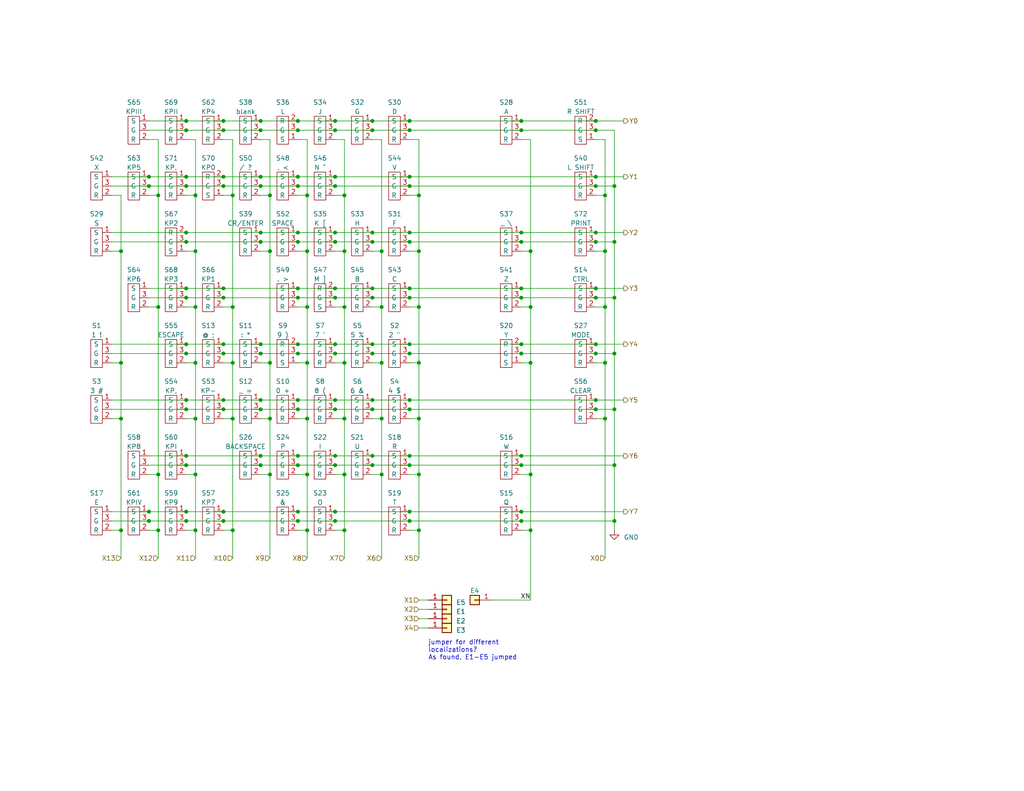
<source format=kicad_sch>
(kicad_sch (version 20230121) (generator eeschema)
  (paper "USLetter")
  (title_block (title "Key Tronic Corp. 65-01642") (date "2023-04-24") (rev "2") (company "Bradley Bell"))
  (junction (at 111.76 93.98))
  (junction (at 91.44 50.8))
  (junction (at 93.98 114.3))
  (junction (at 111.76 66.04))
  (junction (at 81.28 50.8))
  (junction (at 81.28 81.28))
  (junction (at 91.44 78.74))
  (junction (at 111.76 124.46))
  (junction (at 165.1 114.3))
  (junction (at 60.96 93.98))
  (junction (at 40.64 48.26))
  (junction (at 111.76 109.22))
  (junction (at 50.8 48.26))
  (junction (at 91.44 96.52))
  (junction (at 114.3 99.06))
  (junction (at 101.6 124.46))
  (junction (at 50.8 139.7))
  (junction (at 111.76 63.5))
  (junction (at 91.44 111.76))
  (junction (at 167.64 96.52))
  (junction (at 111.76 78.74))
  (junction (at 43.18 53.34))
  (junction (at 91.44 63.5))
  (junction (at 71.12 96.52))
  (junction (at 50.8 78.74))
  (junction (at 63.5 83.82))
  (junction (at 91.44 48.26))
  (junction (at 144.78 144.78))
  (junction (at 165.1 99.06))
  (junction (at 71.12 48.26))
  (junction (at 33.02 68.58))
  (junction (at 50.8 66.04))
  (junction (at 81.28 111.76))
  (junction (at 144.78 83.82))
  (junction (at 104.14 83.82))
  (junction (at 73.66 99.06))
  (junction (at 71.12 127))
  (junction (at 71.12 35.56))
  (junction (at 167.64 111.76))
  (junction (at 83.82 114.3))
  (junction (at 81.28 139.7))
  (junction (at 162.56 111.76))
  (junction (at 93.98 68.58))
  (junction (at 101.6 35.56))
  (junction (at 60.96 109.22))
  (junction (at 50.8 96.52))
  (junction (at 101.6 81.28))
  (junction (at 60.96 111.76))
  (junction (at 167.64 50.8))
  (junction (at 167.64 142.24))
  (junction (at 81.28 124.46))
  (junction (at 101.6 33.02))
  (junction (at 91.44 109.22))
  (junction (at 73.66 129.54))
  (junction (at 162.56 50.8))
  (junction (at 43.18 144.78))
  (junction (at 60.96 81.28))
  (junction (at 50.8 50.8))
  (junction (at 91.44 33.02))
  (junction (at 40.64 142.24))
  (junction (at 142.24 142.24))
  (junction (at 101.6 93.98))
  (junction (at 162.56 78.74))
  (junction (at 50.8 81.28))
  (junction (at 104.14 114.3))
  (junction (at 165.1 53.34))
  (junction (at 40.64 139.7))
  (junction (at 91.44 35.56))
  (junction (at 93.98 53.34))
  (junction (at 81.28 109.22))
  (junction (at 60.96 35.56))
  (junction (at 111.76 81.28))
  (junction (at 53.34 68.58))
  (junction (at 101.6 78.74))
  (junction (at 63.5 144.78))
  (junction (at 93.98 83.82))
  (junction (at 142.24 35.56))
  (junction (at 50.8 142.24))
  (junction (at 81.28 127))
  (junction (at 60.96 142.24))
  (junction (at 60.96 48.26))
  (junction (at 167.64 66.04))
  (junction (at 81.28 142.24))
  (junction (at 71.12 109.22))
  (junction (at 83.82 129.54))
  (junction (at 60.96 96.52))
  (junction (at 162.56 63.5))
  (junction (at 162.56 66.04))
  (junction (at 81.28 78.74))
  (junction (at 162.56 93.98))
  (junction (at 60.96 139.7))
  (junction (at 111.76 48.26))
  (junction (at 142.24 81.28))
  (junction (at 81.28 66.04))
  (junction (at 53.34 129.54))
  (junction (at 81.28 63.5))
  (junction (at 142.24 33.02))
  (junction (at 142.24 78.74))
  (junction (at 111.76 35.56))
  (junction (at 114.3 68.58))
  (junction (at 144.78 68.58))
  (junction (at 50.8 63.5))
  (junction (at 50.8 124.46))
  (junction (at 142.24 139.7))
  (junction (at 165.1 68.58))
  (junction (at 142.24 66.04))
  (junction (at 73.66 53.34))
  (junction (at 162.56 35.56))
  (junction (at 111.76 50.8))
  (junction (at 104.14 129.54))
  (junction (at 91.44 66.04))
  (junction (at 91.44 124.46))
  (junction (at 53.34 144.78))
  (junction (at 81.28 33.02))
  (junction (at 101.6 109.22))
  (junction (at 71.12 33.02))
  (junction (at 142.24 93.98))
  (junction (at 91.44 93.98))
  (junction (at 63.5 53.34))
  (junction (at 50.8 35.56))
  (junction (at 101.6 66.04))
  (junction (at 111.76 142.24))
  (junction (at 33.02 144.78))
  (junction (at 114.3 83.82))
  (junction (at 73.66 114.3))
  (junction (at 93.98 99.06))
  (junction (at 71.12 66.04))
  (junction (at 83.82 68.58))
  (junction (at 167.64 81.28))
  (junction (at 83.82 144.78))
  (junction (at 111.76 127))
  (junction (at 60.96 50.8))
  (junction (at 60.96 33.02))
  (junction (at 71.12 50.8))
  (junction (at 60.96 78.74))
  (junction (at 83.82 99.06))
  (junction (at 81.28 96.52))
  (junction (at 162.56 96.52))
  (junction (at 71.12 63.5))
  (junction (at 71.12 111.76))
  (junction (at 50.8 111.76))
  (junction (at 162.56 48.26))
  (junction (at 162.56 33.02))
  (junction (at 144.78 99.06))
  (junction (at 142.24 127))
  (junction (at 111.76 33.02))
  (junction (at 53.34 114.3))
  (junction (at 114.3 53.34))
  (junction (at 81.28 35.56))
  (junction (at 83.82 83.82))
  (junction (at 71.12 124.46))
  (junction (at 91.44 81.28))
  (junction (at 111.76 139.7))
  (junction (at 162.56 81.28))
  (junction (at 114.3 114.3))
  (junction (at 101.6 111.76))
  (junction (at 142.24 124.46))
  (junction (at 91.44 127))
  (junction (at 101.6 96.52))
  (junction (at 144.78 129.54))
  (junction (at 50.8 33.02))
  (junction (at 43.18 129.54))
  (junction (at 111.76 111.76))
  (junction (at 40.64 50.8))
  (junction (at 104.14 99.06))
  (junction (at 73.66 68.58))
  (junction (at 142.24 63.5))
  (junction (at 53.34 53.34))
  (junction (at 104.14 68.58))
  (junction (at 81.28 48.26))
  (junction (at 50.8 109.22))
  (junction (at 50.8 93.98))
  (junction (at 167.64 127))
  (junction (at 53.34 83.82))
  (junction (at 53.34 99.06))
  (junction (at 81.28 93.98))
  (junction (at 43.18 83.82))
  (junction (at 50.8 127))
  (junction (at 33.02 114.3))
  (junction (at 93.98 144.78))
  (junction (at 71.12 93.98))
  (junction (at 165.1 83.82))
  (junction (at 93.98 129.54))
  (junction (at 91.44 142.24))
  (junction (at 114.3 144.78))
  (junction (at 101.6 63.5))
  (junction (at 162.56 109.22))
  (junction (at 33.02 99.06))
  (junction (at 111.76 96.52))
  (junction (at 63.5 99.06))
  (junction (at 91.44 139.7))
  (junction (at 142.24 96.52))
  (junction (at 83.82 53.34))
  (junction (at 114.3 129.54))
  (junction (at 63.5 114.3))
  (junction (at 101.6 127))
  (wire (pts (xy 50.8 142.24) (xy 60.96 142.24)))
  (wire (pts (xy 111.76 38.1) (xy 114.3 38.1)))
  (wire (pts (xy 134.62 163.83) (xy 144.78 163.83)))
  (wire (pts (xy 142.24 129.54) (xy 144.78 129.54)))
  (wire (pts (xy 101.6 93.98) (xy 111.76 93.98)))
  (wire (pts (xy 142.24 142.24) (xy 167.64 142.24)))
  (wire (pts (xy 167.64 50.8) (xy 167.64 66.04)))
  (wire (pts (xy 71.12 111.76) (xy 81.28 111.76)))
  (wire (pts (xy 53.34 114.3) (xy 53.34 129.54)))
  (wire (pts (xy 111.76 142.24) (xy 142.24 142.24)))
  (wire (pts (xy 101.6 35.56) (xy 111.76 35.56)))
  (wire (pts (xy 60.96 50.8) (xy 71.12 50.8)))
  (wire (pts (xy 167.64 35.56) (xy 167.64 50.8)))
  (wire (pts (xy 91.44 50.8) (xy 111.76 50.8)))
  (wire (pts (xy 81.28 93.98) (xy 91.44 93.98)))
  (wire (pts (xy 142.24 81.28) (xy 162.56 81.28)))
  (wire (pts (xy 162.56 38.1) (xy 165.1 38.1)))
  (wire (pts (xy 165.1 68.58) (xy 165.1 83.82)))
  (wire (pts (xy 30.48 142.24) (xy 40.64 142.24)))
  (wire (pts (xy 81.28 48.26) (xy 91.44 48.26)))
  (wire (pts (xy 53.34 129.54) (xy 53.34 144.78)))
  (wire (pts (xy 144.78 99.06) (xy 144.78 129.54)))
  (wire (pts (xy 83.82 114.3) (xy 83.82 129.54)))
  (wire (pts (xy 53.34 99.06) (xy 53.34 114.3)))
  (wire (pts (xy 71.12 129.54) (xy 73.66 129.54)))
  (wire (pts (xy 33.02 53.34) (xy 33.02 68.58)))
  (wire (pts (xy 60.96 78.74) (xy 81.28 78.74)))
  (wire (pts (xy 111.76 99.06) (xy 114.3 99.06)))
  (wire (pts (xy 40.64 142.24) (xy 50.8 142.24)))
  (wire (pts (xy 91.44 78.74) (xy 101.6 78.74)))
  (wire (pts (xy 40.64 48.26) (xy 50.8 48.26)))
  (wire (pts (xy 73.66 114.3) (xy 73.66 129.54)))
  (wire (pts (xy 50.8 144.78) (xy 53.34 144.78)))
  (wire (pts (xy 114.3 53.34) (xy 111.76 53.34)))
  (wire (pts (xy 167.64 96.52) (xy 167.64 111.76)))
  (wire (pts (xy 144.78 144.78) (xy 144.78 163.83)))
  (wire (pts (xy 60.96 48.26) (xy 71.12 48.26)))
  (wire (pts (xy 116.84 171.45) (xy 114.3 171.45)))
  (wire (pts (xy 30.48 48.26) (xy 40.64 48.26)))
  (wire (pts (xy 60.96 99.06) (xy 63.5 99.06)))
  (wire (pts (xy 142.24 68.58) (xy 144.78 68.58)))
  (wire (pts (xy 73.66 68.58) (xy 73.66 99.06)))
  (wire (pts (xy 162.56 66.04) (xy 167.64 66.04)))
  (wire (pts (xy 60.96 142.24) (xy 81.28 142.24)))
  (wire (pts (xy 81.28 114.3) (xy 83.82 114.3)))
  (wire (pts (xy 53.34 53.34) (xy 50.8 53.34)))
  (wire (pts (xy 101.6 124.46) (xy 111.76 124.46)))
  (wire (pts (xy 91.44 142.24) (xy 111.76 142.24)))
  (wire (pts (xy 43.18 38.1) (xy 43.18 53.34)))
  (wire (pts (xy 111.76 78.74) (xy 142.24 78.74)))
  (wire (pts (xy 114.3 129.54) (xy 114.3 144.78)))
  (wire (pts (xy 73.66 53.34) (xy 73.66 68.58)))
  (wire (pts (xy 60.96 93.98) (xy 71.12 93.98)))
  (wire (pts (xy 114.3 144.78) (xy 114.3 152.4)))
  (wire (pts (xy 81.28 38.1) (xy 83.82 38.1)))
  (wire (pts (xy 114.3 83.82) (xy 114.3 99.06)))
  (wire (pts (xy 71.12 114.3) (xy 73.66 114.3)))
  (wire (pts (xy 101.6 99.06) (xy 104.14 99.06)))
  (wire (pts (xy 30.48 63.5) (xy 50.8 63.5)))
  (wire (pts (xy 81.28 33.02) (xy 91.44 33.02)))
  (wire (pts (xy 104.14 99.06) (xy 104.14 114.3)))
  (wire (pts (xy 111.76 109.22) (xy 162.56 109.22)))
  (wire (pts (xy 162.56 63.5) (xy 170.18 63.5)))
  (wire (pts (xy 93.98 38.1) (xy 93.98 53.34)))
  (wire (pts (xy 162.56 109.22) (xy 170.18 109.22)))
  (wire (pts (xy 81.28 68.58) (xy 83.82 68.58)))
  (wire (pts (xy 81.28 78.74) (xy 91.44 78.74)))
  (wire (pts (xy 144.78 68.58) (xy 144.78 83.82)))
  (wire (pts (xy 167.64 66.04) (xy 167.64 81.28)))
  (wire (pts (xy 60.96 81.28) (xy 81.28 81.28)))
  (wire (pts (xy 104.14 83.82) (xy 104.14 99.06)))
  (wire (pts (xy 40.64 129.54) (xy 43.18 129.54)))
  (wire (pts (xy 165.1 53.34) (xy 165.1 68.58)))
  (wire (pts (xy 111.76 66.04) (xy 142.24 66.04)))
  (wire (pts (xy 91.44 127) (xy 101.6 127)))
  (wire (pts (xy 116.84 168.91) (xy 114.3 168.91)))
  (wire (pts (xy 60.96 38.1) (xy 63.5 38.1)))
  (wire (pts (xy 104.14 83.82) (xy 101.6 83.82)))
  (wire (pts (xy 50.8 68.58) (xy 53.34 68.58)))
  (wire (pts (xy 71.12 124.46) (xy 81.28 124.46)))
  (wire (pts (xy 111.76 114.3) (xy 114.3 114.3)))
  (wire (pts (xy 81.28 50.8) (xy 91.44 50.8)))
  (wire (pts (xy 50.8 129.54) (xy 53.34 129.54)))
  (wire (pts (xy 71.12 38.1) (xy 73.66 38.1)))
  (wire (pts (xy 91.44 48.26) (xy 111.76 48.26)))
  (wire (pts (xy 83.82 68.58) (xy 83.82 83.82)))
  (wire (pts (xy 71.12 48.26) (xy 81.28 48.26)))
  (wire (pts (xy 53.34 38.1) (xy 53.34 53.34)))
  (wire (pts (xy 63.5 152.4) (xy 63.5 144.78)))
  (wire (pts (xy 167.64 127) (xy 167.64 142.24)))
  (wire (pts (xy 93.98 129.54) (xy 93.98 144.78)))
  (wire (pts (xy 114.3 83.82) (xy 111.76 83.82)))
  (wire (pts (xy 71.12 99.06) (xy 73.66 99.06)))
  (wire (pts (xy 30.48 93.98) (xy 50.8 93.98)))
  (wire (pts (xy 81.28 96.52) (xy 91.44 96.52)))
  (wire (pts (xy 91.44 38.1) (xy 93.98 38.1)))
  (wire (pts (xy 50.8 78.74) (xy 60.96 78.74)))
  (wire (pts (xy 33.02 114.3) (xy 33.02 144.78)))
  (wire (pts (xy 162.56 50.8) (xy 167.64 50.8)))
  (wire (pts (xy 60.96 109.22) (xy 71.12 109.22)))
  (wire (pts (xy 50.8 111.76) (xy 60.96 111.76)))
  (wire (pts (xy 162.56 78.74) (xy 170.18 78.74)))
  (wire (pts (xy 40.64 78.74) (xy 50.8 78.74)))
  (wire (pts (xy 162.56 35.56) (xy 167.64 35.56)))
  (wire (pts (xy 162.56 83.82) (xy 165.1 83.82)))
  (wire (pts (xy 43.18 53.34) (xy 43.18 83.82)))
  (wire (pts (xy 111.76 63.5) (xy 142.24 63.5)))
  (wire (pts (xy 81.28 139.7) (xy 91.44 139.7)))
  (wire (pts (xy 111.76 144.78) (xy 114.3 144.78)))
  (wire (pts (xy 165.1 114.3) (xy 165.1 152.4)))
  (wire (pts (xy 60.96 96.52) (xy 71.12 96.52)))
  (wire (pts (xy 81.28 63.5) (xy 91.44 63.5)))
  (wire (pts (xy 50.8 33.02) (xy 60.96 33.02)))
  (wire (pts (xy 111.76 129.54) (xy 114.3 129.54)))
  (wire (pts (xy 93.98 144.78) (xy 93.98 152.4)))
  (wire (pts (xy 91.44 96.52) (xy 101.6 96.52)))
  (wire (pts (xy 142.24 99.06) (xy 144.78 99.06)))
  (wire (pts (xy 93.98 114.3) (xy 93.98 129.54)))
  (wire (pts (xy 30.48 99.06) (xy 33.02 99.06)))
  (wire (pts (xy 91.44 111.76) (xy 101.6 111.76)))
  (wire (pts (xy 162.56 68.58) (xy 165.1 68.58)))
  (wire (pts (xy 142.24 144.78) (xy 144.78 144.78)))
  (wire (pts (xy 165.1 83.82) (xy 165.1 99.06)))
  (wire (pts (xy 60.96 114.3) (xy 63.5 114.3)))
  (wire (pts (xy 83.82 53.34) (xy 83.82 68.58)))
  (wire (pts (xy 53.34 68.58) (xy 53.34 83.82)))
  (wire (pts (xy 81.28 111.76) (xy 91.44 111.76)))
  (wire (pts (xy 71.12 109.22) (xy 81.28 109.22)))
  (wire (pts (xy 50.8 99.06) (xy 53.34 99.06)))
  (wire (pts (xy 162.56 96.52) (xy 167.64 96.52)))
  (wire (pts (xy 53.34 53.34) (xy 53.34 68.58)))
  (wire (pts (xy 50.8 50.8) (xy 60.96 50.8)))
  (wire (pts (xy 83.82 83.82) (xy 81.28 83.82)))
  (wire (pts (xy 81.28 124.46) (xy 91.44 124.46)))
  (wire (pts (xy 162.56 53.34) (xy 165.1 53.34)))
  (wire (pts (xy 53.34 83.82) (xy 53.34 99.06)))
  (wire (pts (xy 144.78 129.54) (xy 144.78 144.78)))
  (wire (pts (xy 60.96 139.7) (xy 81.28 139.7)))
  (wire (pts (xy 40.64 38.1) (xy 43.18 38.1)))
  (wire (pts (xy 33.02 68.58) (xy 33.02 99.06)))
  (wire (pts (xy 142.24 96.52) (xy 162.56 96.52)))
  (wire (pts (xy 63.5 114.3) (xy 63.5 144.78)))
  (wire (pts (xy 162.56 114.3) (xy 165.1 114.3)))
  (wire (pts (xy 142.24 139.7) (xy 170.18 139.7)))
  (wire (pts (xy 81.28 81.28) (xy 91.44 81.28)))
  (wire (pts (xy 60.96 35.56) (xy 71.12 35.56)))
  (wire (pts (xy 162.56 48.26) (xy 170.18 48.26)))
  (wire (pts (xy 91.44 66.04) (xy 101.6 66.04)))
  (wire (pts (xy 142.24 93.98) (xy 162.56 93.98)))
  (wire (pts (xy 81.28 127) (xy 91.44 127)))
  (wire (pts (xy 73.66 38.1) (xy 73.66 53.34)))
  (wire (pts (xy 111.76 33.02) (xy 142.24 33.02)))
  (wire (pts (xy 33.02 99.06) (xy 33.02 114.3)))
  (wire (pts (xy 50.8 127) (xy 71.12 127)))
  (wire (pts (xy 142.24 38.1) (xy 144.78 38.1)))
  (wire (pts (xy 83.82 38.1) (xy 83.82 53.34)))
  (wire (pts (xy 167.64 81.28) (xy 167.64 96.52)))
  (wire (pts (xy 91.44 63.5) (xy 101.6 63.5)))
  (wire (pts (xy 101.6 68.58) (xy 104.14 68.58)))
  (wire (pts (xy 30.48 109.22) (xy 50.8 109.22)))
  (wire (pts (xy 71.12 96.52) (xy 81.28 96.52)))
  (wire (pts (xy 101.6 38.1) (xy 104.14 38.1)))
  (wire (pts (xy 50.8 124.46) (xy 71.12 124.46)))
  (wire (pts (xy 91.44 109.22) (xy 101.6 109.22)))
  (wire (pts (xy 162.56 93.98) (xy 170.18 93.98)))
  (wire (pts (xy 93.98 68.58) (xy 93.98 83.82)))
  (wire (pts (xy 91.44 114.3) (xy 93.98 114.3)))
  (wire (pts (xy 111.76 93.98) (xy 142.24 93.98)))
  (wire (pts (xy 101.6 127) (xy 111.76 127)))
  (wire (pts (xy 30.48 96.52) (xy 50.8 96.52)))
  (wire (pts (xy 111.76 139.7) (xy 142.24 139.7)))
  (wire (pts (xy 162.56 33.02) (xy 170.18 33.02)))
  (wire (pts (xy 50.8 63.5) (xy 71.12 63.5)))
  (wire (pts (xy 83.82 129.54) (xy 83.82 144.78)))
  (wire (pts (xy 50.8 83.82) (xy 53.34 83.82)))
  (wire (pts (xy 142.24 78.74) (xy 162.56 78.74)))
  (wire (pts (xy 71.12 127) (xy 81.28 127)))
  (wire (pts (xy 111.76 48.26) (xy 162.56 48.26)))
  (wire (pts (xy 104.14 38.1) (xy 104.14 68.58)))
  (wire (pts (xy 73.66 99.06) (xy 73.66 114.3)))
  (wire (pts (xy 114.3 53.34) (xy 114.3 68.58)))
  (wire (pts (xy 111.76 96.52) (xy 142.24 96.52)))
  (wire (pts (xy 40.64 50.8) (xy 50.8 50.8)))
  (wire (pts (xy 81.28 129.54) (xy 83.82 129.54)))
  (wire (pts (xy 165.1 38.1) (xy 165.1 53.34)))
  (wire (pts (xy 111.76 50.8) (xy 162.56 50.8)))
  (wire (pts (xy 111.76 68.58) (xy 114.3 68.58)))
  (wire (pts (xy 81.28 35.56) (xy 91.44 35.56)))
  (wire (pts (xy 101.6 63.5) (xy 111.76 63.5)))
  (wire (pts (xy 83.82 99.06) (xy 83.82 114.3)))
  (wire (pts (xy 101.6 81.28) (xy 111.76 81.28)))
  (wire (pts (xy 50.8 96.52) (xy 60.96 96.52)))
  (wire (pts (xy 111.76 35.56) (xy 142.24 35.56)))
  (wire (pts (xy 93.98 99.06) (xy 93.98 114.3)))
  (wire (pts (xy 91.44 139.7) (xy 111.76 139.7)))
  (wire (pts (xy 40.64 139.7) (xy 50.8 139.7)))
  (wire (pts (xy 50.8 81.28) (xy 60.96 81.28)))
  (wire (pts (xy 91.44 68.58) (xy 93.98 68.58)))
  (wire (pts (xy 81.28 144.78) (xy 83.82 144.78)))
  (wire (pts (xy 43.18 83.82) (xy 43.18 129.54)))
  (wire (pts (xy 167.64 111.76) (xy 167.64 127)))
  (wire (pts (xy 63.5 53.34) (xy 63.5 83.82)))
  (wire (pts (xy 33.02 144.78) (xy 33.02 152.4)))
  (wire (pts (xy 81.28 99.06) (xy 83.82 99.06)))
  (wire (pts (xy 30.48 144.78) (xy 33.02 144.78)))
  (wire (pts (xy 114.3 38.1) (xy 114.3 53.34)))
  (wire (pts (xy 114.3 114.3) (xy 114.3 129.54)))
  (wire (pts (xy 142.24 63.5) (xy 162.56 63.5)))
  (wire (pts (xy 104.14 68.58) (xy 104.14 83.82)))
  (wire (pts (xy 93.98 83.82) (xy 93.98 99.06)))
  (wire (pts (xy 50.8 66.04) (xy 71.12 66.04)))
  (wire (pts (xy 50.8 109.22) (xy 60.96 109.22)))
  (wire (pts (xy 111.76 81.28) (xy 142.24 81.28)))
  (wire (pts (xy 101.6 96.52) (xy 111.76 96.52)))
  (wire (pts (xy 81.28 109.22) (xy 91.44 109.22)))
  (wire (pts (xy 111.76 124.46) (xy 142.24 124.46)))
  (wire (pts (xy 83.82 53.34) (xy 81.28 53.34)))
  (wire (pts (xy 63.5 38.1) (xy 63.5 53.34)))
  (wire (pts (xy 142.24 83.82) (xy 144.78 83.82)))
  (wire (pts (xy 91.44 144.78) (xy 93.98 144.78)))
  (wire (pts (xy 30.48 50.8) (xy 40.64 50.8)))
  (wire (pts (xy 81.28 142.24) (xy 91.44 142.24)))
  (wire (pts (xy 101.6 78.74) (xy 111.76 78.74)))
  (wire (pts (xy 93.98 83.82) (xy 91.44 83.82)))
  (wire (pts (xy 91.44 124.46) (xy 101.6 124.46)))
  (wire (pts (xy 91.44 93.98) (xy 101.6 93.98)))
  (wire (pts (xy 43.18 53.34) (xy 40.64 53.34)))
  (wire (pts (xy 53.34 144.78) (xy 53.34 152.4)))
  (wire (pts (xy 71.12 35.56) (xy 81.28 35.56)))
  (wire (pts (xy 114.3 163.83) (xy 116.84 163.83)))
  (wire (pts (xy 63.5 53.34) (xy 60.96 53.34)))
  (wire (pts (xy 71.12 93.98) (xy 81.28 93.98)))
  (wire (pts (xy 162.56 81.28) (xy 167.64 81.28)))
  (wire (pts (xy 142.24 124.46) (xy 170.18 124.46)))
  (wire (pts (xy 71.12 66.04) (xy 81.28 66.04)))
  (wire (pts (xy 162.56 99.06) (xy 165.1 99.06)))
  (wire (pts (xy 165.1 99.06) (xy 165.1 114.3)))
  (wire (pts (xy 101.6 109.22) (xy 111.76 109.22)))
  (wire (pts (xy 50.8 93.98) (xy 60.96 93.98)))
  (wire (pts (xy 50.8 48.26) (xy 60.96 48.26)))
  (wire (pts (xy 91.44 129.54) (xy 93.98 129.54)))
  (wire (pts (xy 30.48 111.76) (xy 50.8 111.76)))
  (wire (pts (xy 93.98 53.34) (xy 91.44 53.34)))
  (wire (pts (xy 40.64 35.56) (xy 50.8 35.56)))
  (wire (pts (xy 114.3 68.58) (xy 114.3 83.82)))
  (wire (pts (xy 104.14 114.3) (xy 104.14 129.54)))
  (wire (pts (xy 43.18 83.82) (xy 40.64 83.82)))
  (wire (pts (xy 101.6 114.3) (xy 104.14 114.3)))
  (wire (pts (xy 101.6 129.54) (xy 104.14 129.54)))
  (wire (pts (xy 71.12 50.8) (xy 81.28 50.8)))
  (wire (pts (xy 50.8 35.56) (xy 60.96 35.56)))
  (wire (pts (xy 63.5 83.82) (xy 63.5 99.06)))
  (wire (pts (xy 60.96 144.78) (xy 63.5 144.78)))
  (wire (pts (xy 73.66 129.54) (xy 73.66 152.4)))
  (wire (pts (xy 111.76 111.76) (xy 162.56 111.76)))
  (wire (pts (xy 63.5 99.06) (xy 63.5 114.3)))
  (wire (pts (xy 91.44 99.06) (xy 93.98 99.06)))
  (wire (pts (xy 142.24 33.02) (xy 162.56 33.02)))
  (wire (pts (xy 93.98 53.34) (xy 93.98 68.58)))
  (wire (pts (xy 142.24 35.56) (xy 162.56 35.56)))
  (wire (pts (xy 30.48 66.04) (xy 50.8 66.04)))
  (wire (pts (xy 50.8 139.7) (xy 60.96 139.7)))
  (wire (pts (xy 43.18 144.78) (xy 43.18 152.4)))
  (wire (pts (xy 60.96 111.76) (xy 71.12 111.76)))
  (wire (pts (xy 43.18 129.54) (xy 43.18 144.78)))
  (wire (pts (xy 73.66 53.34) (xy 71.12 53.34)))
  (wire (pts (xy 104.14 129.54) (xy 104.14 152.4)))
  (wire (pts (xy 71.12 68.58) (xy 73.66 68.58)))
  (wire (pts (xy 71.12 33.02) (xy 81.28 33.02)))
  (wire (pts (xy 71.12 63.5) (xy 81.28 63.5)))
  (wire (pts (xy 91.44 81.28) (xy 101.6 81.28)))
  (wire (pts (xy 30.48 139.7) (xy 40.64 139.7)))
  (wire (pts (xy 167.64 142.24) (xy 167.64 144.78)))
  (wire (pts (xy 83.82 144.78) (xy 83.82 152.4)))
  (wire (pts (xy 40.64 33.02) (xy 50.8 33.02)))
  (wire (pts (xy 40.64 81.28) (xy 50.8 81.28)))
  (wire (pts (xy 63.5 83.82) (xy 60.96 83.82)))
  (wire (pts (xy 144.78 38.1) (xy 144.78 68.58)))
  (wire (pts (xy 144.78 83.82) (xy 144.78 99.06)))
  (wire (pts (xy 111.76 127) (xy 142.24 127)))
  (wire (pts (xy 81.28 66.04) (xy 91.44 66.04)))
  (wire (pts (xy 91.44 33.02) (xy 101.6 33.02)))
  (wire (pts (xy 142.24 66.04) (xy 162.56 66.04)))
  (wire (pts (xy 40.64 144.78) (xy 43.18 144.78)))
  (wire (pts (xy 162.56 111.76) (xy 167.64 111.76)))
  (wire (pts (xy 114.3 99.06) (xy 114.3 114.3)))
  (wire (pts (xy 40.64 124.46) (xy 50.8 124.46)))
  (wire (pts (xy 101.6 111.76) (xy 111.76 111.76)))
  (wire (pts (xy 114.3 166.37) (xy 116.84 166.37)))
  (wire (pts (xy 30.48 114.3) (xy 33.02 114.3)))
  (wire (pts (xy 50.8 38.1) (xy 53.34 38.1)))
  (wire (pts (xy 30.48 68.58) (xy 33.02 68.58)))
  (wire (pts (xy 142.24 127) (xy 167.64 127)))
  (wire (pts (xy 40.64 127) (xy 50.8 127)))
  (wire (pts (xy 101.6 33.02) (xy 111.76 33.02)))
  (wire (pts (xy 83.82 83.82) (xy 83.82 99.06)))
  (wire (pts (xy 60.96 33.02) (xy 71.12 33.02)))
  (wire (pts (xy 33.02 53.34) (xy 30.48 53.34)))
  (wire (pts (xy 101.6 66.04) (xy 111.76 66.04)))
  (wire (pts (xy 91.44 35.56) (xy 101.6 35.56)))
  (wire (pts (xy 50.8 114.3) (xy 53.34 114.3)))
  (text "jumper for different\nlocalizations?\nAs found, E1-E5 jumped" (at 116.84 180.34 0) (effects (font (size 1.27 1.27)) (justify left bottom)))
  (label "XN" (at 144.78 163.83 180))
  (hierarchical_label "Y3" (shape output) (at 170.18 78.74 0))
  (hierarchical_label "Y1" (shape output) (at 170.18 48.26 0))
  (hierarchical_label "X10" (shape input) (at 63.5 152.4 180))
  (hierarchical_label "X5" (shape input) (at 114.3 152.4 180))
  (hierarchical_label "X4" (shape input) (at 114.3 171.45 180))
  (hierarchical_label "X13" (shape input) (at 33.02 152.4 180))
  (hierarchical_label "X12" (shape input) (at 43.18 152.4 180))
  (hierarchical_label "Y7" (shape output) (at 170.18 139.7 0))
  (hierarchical_label "X1" (shape input) (at 114.3 163.83 180))
  (hierarchical_label "Y4" (shape output) (at 170.18 93.98 0))
  (hierarchical_label "X8" (shape input) (at 83.82 152.4 180))
  (hierarchical_label "X3" (shape input) (at 114.3 168.91 180))
  (hierarchical_label "Y6" (shape output) (at 170.18 124.46 0))
  (hierarchical_label "X0" (shape input) (at 165.1 152.4 180))
  (hierarchical_label "X11" (shape input) (at 53.34 152.4 180))
  (hierarchical_label "X6" (shape input) (at 104.14 152.4 180))
  (hierarchical_label "Y0" (shape output) (at 170.18 33.02 0))
  (hierarchical_label "Y5" (shape output) (at 170.18 109.22 0))
  (hierarchical_label "X9" (shape input) (at 73.66 152.4 180))
  (hierarchical_label "X7" (shape input) (at 93.98 152.4 180))
  (hierarchical_label "Y2" (shape output) (at 170.18 63.5 0))
  (hierarchical_label "X2" (shape input) (at 114.3 166.37 180))
  (symbol (lib_name "NewToprePad_48") (lib_id "TopreLib:NewToprePad") (at 68.58 96.52 0) (unit 1)
    (property "Reference" "S11" (at 67.0179 88.9 0))
    (property "Value" ": *" (at 67.0179 91.44 0))
    (property "Footprint" "KeyTronic:KTCPad_Round" (effects hide))
  )
  (symbol (lib_name "NewToprePad_18") (lib_id "TopreLib:NewToprePad") (at 48.26 66.04 0) (mirror x) (unit 1)
    (property "Reference" "S67" (at 46.6979 58.42 0))
    (property "Value" "KP2" (at 46.6979 60.96 0))
    (property "Footprint" "KeyTronic:KTCPad_Round" (effects hide))
  )
  (symbol (lib_name "NewToprePad_52") (lib_id "TopreLib:NewToprePad") (at 99.06 66.04 0) (unit 1)
    (property "Reference" "S33" (at 97.4979 58.42 0))
    (property "Value" "H" (at 97.4979 60.96 0))
    (property "Footprint" "KeyTronic:KTCPad_Round" (effects hide))
  )
  (symbol (lib_name "NewToprePad_66") (lib_id "TopreLib:NewToprePad") (at 68.58 50.8 0) (unit 1)
    (property "Reference" "S50" (at 67.0179 43.18 0))
    (property "Value" "/ ?" (at 67.0179 45.72 0))
    (property "Footprint" "KeyTronic:KTCPad_Round" (effects hide))
  )
  (symbol (lib_name "NewToprePad_62") (lib_id "TopreLib:NewToprePad") (at 109.22 35.56 0) (unit 1)
    (property "Reference" "S30" (at 107.6579 27.94 0))
    (property "Value" "D" (at 107.6579 30.48 0))
    (property "Footprint" "KeyTronic:KTCPad_Round" (effects hide))
  )
  (symbol (lib_name "NewToprePad_59") (lib_id "TopreLib:NewToprePad") (at 68.58 111.76 0) (unit 1)
    (property "Reference" "S12" (at 67.0179 104.14 0))
    (property "Value" "_ =" (at 67.0179 106.68 0))
    (property "Footprint" "KeyTronic:KTCPad_Round" (effects hide))
  )
  (symbol (lib_name "NewToprePad_36") (lib_id "TopreLib:NewToprePad") (at 160.02 111.76 0) (unit 1)
    (property "Reference" "S56" (at 158.4579 104.14 0))
    (property "Value" "CLEAR" (at 158.4579 106.68 0))
    (property "Footprint" "KeyTronic:KTCPad_Round" (effects hide))
  )
  (symbol (lib_name "NewToprePad_61") (lib_id "TopreLib:NewToprePad") (at 48.26 50.8 0) (unit 1)
    (property "Reference" "S71" (at 46.6979 43.18 0))
    (property "Value" "KP." (at 46.6979 45.72 0))
    (property "Footprint" "KeyTronic:KTCPad_Round" (effects hide))
  )
  (symbol (lib_name "NewToprePad_24") (lib_id "TopreLib:NewToprePad") (at 109.22 127 0) (unit 1)
    (property "Reference" "S18" (at 107.6579 119.38 0))
    (property "Value" "R" (at 107.6579 121.92 0))
    (property "Footprint" "KeyTronic:KTCPad_Round" (effects hide))
  )
  (symbol (lib_name "NewToprePad_46") (lib_id "TopreLib:NewToprePad") (at 48.26 142.24 0) (unit 1)
    (property "Reference" "S59" (at 46.6979 134.62 0))
    (property "Value" "KP9" (at 46.6979 137.16 0))
    (property "Footprint" "KeyTronic:KTCPad_Round" (effects hide))
  )
  (symbol (lib_name "NewToprePad_75") (lib_id "TopreLib:NewToprePad") (at 78.74 50.8 0) (unit 1)
    (property "Reference" "S48" (at 77.1779 43.18 0))
    (property "Value" ", <" (at 77.1779 45.72 0))
    (property "Footprint" "KeyTronic:KTCPad_Round" (effects hide))
  )
  (symbol (lib_name "NewToprePad_25") (lib_id "TopreLib:NewToprePad") (at 68.58 35.56 0) (unit 1)
    (property "Reference" "S38" (at 67.0179 27.94 0))
    (property "Value" "blank" (at 67.0179 30.48 0))
    (property "Footprint" "KeyTronic:KTCPad_Round" (effects hide))
  )
  (symbol (lib_name "NewToprePad_42") (lib_id "TopreLib:NewToprePad") (at 38.1 142.24 0) (unit 1)
    (property "Reference" "S61" (at 36.5379 134.62 0))
    (property "Value" "KPIV" (at 36.5379 137.16 0))
    (property "Footprint" "KeyTronic:KTCPad_Round" (effects hide))
  )
  (symbol (lib_name "NewToprePad_55") (lib_id "TopreLib:NewToprePad") (at 78.74 35.56 0) (mirror x) (unit 1)
    (property "Reference" "S36" (at 77.1779 27.94 0))
    (property "Value" "L" (at 77.1779 30.48 0))
    (property "Footprint" "KeyTronic:KTCPad_Round" (effects hide))
  )
  (symbol (lib_name "NewToprePad_45") (lib_id "TopreLib:NewToprePad") (at 139.7 81.28 0) (unit 1)
    (property "Reference" "S41" (at 138.1379 73.66 0))
    (property "Value" "Z" (at 138.1379 76.2 0))
    (property "Footprint" "KeyTronic:KTCPad_Round" (effects hide))
  )
  (symbol (lib_name "NewToprePad_5") (lib_id "TopreLib:NewToprePad") (at 27.94 111.76 0) (unit 1)
    (property "Reference" "S3" (at 26.3779 104.14 0))
    (property "Value" "3 #" (at 26.3779 106.68 0))
    (property "Footprint" "KeyTronic:KTCPad_Round" (effects hide))
  )
  (symbol (lib_name "NewToprePad_51") (lib_id "TopreLib:NewToprePad") (at 58.42 96.52 0) (unit 1)
    (property "Reference" "S13" (at 56.8579 88.9 0))
    (property "Value" "@ ;" (at 56.8579 91.44 0))
    (property "Footprint" "KeyTronic:KTCPad_Round" (effects hide))
  )
  (symbol (lib_name "NewToprePad_32") (lib_id "TopreLib:NewToprePad") (at 58.42 142.24 0) (unit 1)
    (property "Reference" "S57" (at 56.8579 134.62 0))
    (property "Value" "KP7" (at 56.8579 137.16 0))
    (property "Footprint" "KeyTronic:KTCPad_Round" (effects hide))
  )
  (symbol (lib_id "TopreLib:NewToprePad") (at 88.9 50.8 0) (unit 1)
    (property "Reference" "S46" (at 87.3379 43.18 0))
    (property "Value" "N ^" (at 87.3379 45.72 0))
    (property "Footprint" "KeyTronic:KTCPad_Round" (effects hide))
  )
  (symbol (lib_name "NewToprePad_21") (lib_id "TopreLib:NewToprePad") (at 78.74 142.24 0) (unit 1)
    (property "Reference" "S25" (at 77.1779 134.62 0))
    (property "Value" "&" (at 77.1779 137.16 0))
    (property "Footprint" "KeyTronic:KTCPad_Round" (effects hide))
  )
  (symbol (lib_name "NewToprePad_29") (lib_id "TopreLib:NewToprePad") (at 139.7 127 0) (unit 1)
    (property "Reference" "S16" (at 138.1379 119.38 0))
    (property "Value" "W" (at 138.1379 121.92 0))
    (property "Footprint" "KeyTronic:KTCPad_Round" (effects hide))
  )
  (symbol (lib_name "NewToprePad_44") (lib_id "TopreLib:NewToprePad") (at 109.22 81.28 0) (unit 1)
    (property "Reference" "S43" (at 107.6579 73.66 0))
    (property "Value" "C" (at 107.6579 76.2 0))
    (property "Footprint" "KeyTronic:KTCPad_Round" (effects hide))
  )
  (symbol (lib_name "NewToprePad_35") (lib_id "TopreLib:NewToprePad") (at 48.26 96.52 0) (unit 1)
    (property "Reference" "S55" (at 46.6979 88.9 0))
    (property "Value" "ESCAPE" (at 46.6979 91.44 0))
    (property "Footprint" "KeyTronic:KTCPad_Round" (effects hide))
  )
  (symbol (lib_name "NewToprePad_28") (lib_id "TopreLib:NewToprePad") (at 109.22 142.24 0) (unit 1)
    (property "Reference" "S19" (at 107.6579 134.62 0))
    (property "Value" "T" (at 107.6579 137.16 0))
    (property "Footprint" "KeyTronic:KTCPad_Round" (effects hide))
  )
  (symbol (lib_name "NewToprePad_58") (lib_id "TopreLib:NewToprePad") (at 48.26 35.56 0) (unit 1)
    (property "Reference" "S69" (at 46.6979 27.94 0))
    (property "Value" "KPII" (at 46.6979 30.48 0))
    (property "Footprint" "KeyTronic:KTCPad_Round" (effects hide))
  )
  (symbol (lib_name "NewToprePad_10") (lib_id "TopreLib:NewToprePad") (at 88.9 111.76 0) (unit 1)
    (property "Reference" "S8" (at 87.3379 104.14 0))
    (property "Value" "8 (" (at 87.3379 106.68 0))
    (property "Footprint" "KeyTronic:KTCPad_Round" (effects hide))
  )
  (symbol (lib_name "NewToprePad_53") (lib_id "TopreLib:NewToprePad") (at 109.22 66.04 0) (unit 1)
    (property "Reference" "S31" (at 107.6579 58.42 0))
    (property "Value" "F" (at 107.6579 60.96 0))
    (property "Footprint" "KeyTronic:KTCPad_Round" (effects hide))
  )
  (symbol (lib_id "Connector_Generic:Conn_01x01") (at 121.92 171.45 0) (mirror x) (unit 1)
    (property "Reference" "E3" (at 124.46 172.085 0) (effects (justify left)))
    (property "Footprint" "Connector_PinHeader_2.54mm:PinHeader_1x01_P2.54mm_Vertical" (effects hide))
    (instances (project "keyboard" (path "" (reference "E3") (unit 1)) (path "" (reference "E4") (unit 1))))
  )
  (symbol (lib_name "NewToprePad_4") (lib_id "TopreLib:NewToprePad") (at 109.22 111.76 0) (unit 1)
    (property "Reference" "S4" (at 107.6579 104.14 0))
    (property "Value" "4 $" (at 107.6579 106.68 0))
    (property "Footprint" "KeyTronic:KTCPad_Round" (effects hide))
  )
  (symbol (lib_name "NewToprePad_38") (lib_id "TopreLib:NewToprePad") (at 160.02 96.52 0) (unit 1)
    (property "Reference" "S27" (at 158.4579 88.9 0))
    (property "Value" "MODE" (at 158.4579 91.44 0))
    (property "Footprint" "KeyTronic:KTCPad_Round" (effects hide))
  )
  (symbol (lib_name "NewToprePad_71") (lib_id "TopreLib:NewToprePad") (at 88.9 81.28 0) (mirror x) (unit 1)
    (property "Reference" "S47" (at 87.3379 73.66 0))
    (property "Value" "M ]" (at 87.3379 76.2 0))
    (property "Footprint" "KeyTronic:KTCPad_Round" (effects hide))
  )
  (symbol (lib_name "NewToprePad_7") (lib_id "TopreLib:NewToprePad") (at 27.94 96.52 0) (unit 1)
    (property "Reference" "S1" (at 26.3779 88.9 0))
    (property "Value" "1 !" (at 26.3779 91.44 0))
    (property "Footprint" "KeyTronic:KTCPad_Round" (effects hide))
  )
  (symbol (lib_name "NewToprePad_58") (lib_id "TopreLib:NewToprePad") (at 139.7 142.24 0) (unit 1)
    (property "Reference" "S15" (at 138.1379 134.62 0))
    (property "Value" "Q" (at 138.1379 137.16 0))
    (property "Footprint" "KeyTronic:KTCPad_Round" (effects hide))
  )
  (symbol (lib_name "NewToprePad_67") (lib_id "TopreLib:NewToprePad") (at 58.42 111.76 0) (unit 1)
    (property "Reference" "S53" (at 56.8579 104.14 0))
    (property "Value" "KP-" (at 56.8579 106.68 0))
    (property "Footprint" "KeyTronic:KTCPad_Round" (effects hide))
  )
  (symbol (lib_name "NewToprePad_73") (lib_id "TopreLib:NewToprePad") (at 38.1 81.28 0) (unit 1)
    (property "Reference" "S64" (at 36.5379 73.66 0))
    (property "Value" "KP6" (at 36.5379 76.2 0))
    (property "Footprint" "KeyTronic:KTCPad_Round" (effects hide))
  )
  (symbol (lib_name "NewToprePad_63") (lib_id "TopreLib:NewToprePad") (at 99.06 35.56 0) (unit 1)
    (property "Reference" "S32" (at 97.4979 27.94 0))
    (property "Value" "G" (at 97.4979 30.48 0))
    (property "Footprint" "KeyTronic:KTCPad_Round" (effects hide))
  )
  (symbol (lib_name "NewToprePad_2") (lib_id "TopreLib:NewToprePad") (at 88.9 96.52 0) (unit 1)
    (property "Reference" "S7" (at 87.3379 88.9 0))
    (property "Value" "7 ’" (at 87.3379 91.44 0))
    (property "Footprint" "KeyTronic:KTCPad_Round" (effects hide))
  )
  (symbol (lib_name "NewToprePad_6") (lib_id "TopreLib:NewToprePad") (at 109.22 96.52 0) (unit 1)
    (property "Reference" "S2" (at 107.6579 88.9 0))
    (property "Value" "2 \"" (at 107.6579 91.44 0))
    (property "Footprint" "KeyTronic:KTCPad_Round" (effects hide))
  )
  (symbol (lib_name "NewToprePad_68") (lib_id "TopreLib:NewToprePad") (at 68.58 127 0) (unit 1)
    (property "Reference" "S26" (at 67.0179 119.38 0))
    (property "Value" "BACKSPACE" (at 67.0179 121.92 0))
    (property "Footprint" "KeyTronic:KTCPad_Round" (effects hide))
  )
  (symbol (lib_name "NewToprePad_69") (lib_id "TopreLib:NewToprePad") (at 160.02 35.56 0) (mirror x) (unit 1)
    (property "Reference" "S51" (at 158.4579 27.94 0))
    (property "Value" "R SHIFT" (at 158.4579 30.48 0))
    (property "Footprint" "KeyTronic:KTCPad_Round" (effects hide))
  )
  (symbol (lib_name "NewToprePad_49") (lib_id "TopreLib:NewToprePad") (at 78.74 96.52 0) (mirror x) (unit 1)
    (property "Reference" "S9" (at 77.1779 88.9 0))
    (property "Value" "9 )" (at 77.1779 91.44 0))
    (property "Footprint" "KeyTronic:KTCPad_Round" (effects hide))
  )
  (symbol (lib_name "NewToprePad_22") (lib_id "TopreLib:NewToprePad") (at 160.02 50.8 0) (unit 1)
    (property "Reference" "S40" (at 158.4579 43.18 0))
    (property "Value" "L SHIFT" (at 158.4579 45.72 0))
    (property "Footprint" "KeyTronic:KTCPad_Round" (effects hide))
  )
  (symbol (lib_name "NewToprePad_8") (lib_id "TopreLib:NewToprePad") (at 99.06 111.76 0) (unit 1)
    (property "Reference" "S6" (at 97.4979 104.14 0))
    (property "Value" "6 &" (at 97.4979 106.68 0))
    (property "Footprint" "KeyTronic:KTCPad_Round" (effects hide))
  )
  (symbol (lib_name "NewToprePad_74") (lib_id "TopreLib:NewToprePad") (at 58.42 81.28 0) (unit 1)
    (property "Reference" "S66" (at 56.8579 73.66 0))
    (property "Value" "KP1" (at 56.8579 76.2 0))
    (property "Footprint" "KeyTronic:KTCPad_Round" (effects hide))
  )
  (symbol (lib_name "NewToprePad_38") (lib_id "TopreLib:NewToprePad") (at 160.02 81.28 0) (unit 1)
    (property "Reference" "S14" (at 158.4579 73.66 0))
    (property "Value" "CTRL" (at 158.4579 76.2 0))
    (property "Footprint" "KeyTronic:KTCPad_Round" (effects hide))
  )
  (symbol (lib_name "NewToprePad_41") (lib_id "TopreLib:NewToprePad") (at 38.1 50.8 0) (unit 1)
    (property "Reference" "S63" (at 36.5379 43.18 0))
    (property "Value" "KP5" (at 36.5379 45.72 0))
    (property "Footprint" "KeyTronic:KTCPad_Round" (effects hide))
  )
  (symbol (lib_name "NewToprePad_30") (lib_id "TopreLib:NewToprePad") (at 88.9 66.04 0) (unit 1)
    (property "Reference" "S35" (at 87.3379 58.42 0))
    (property "Value" "K [" (at 87.3379 60.96 0))
    (property "Footprint" "KeyTronic:KTCPad_Round" (effects hide))
  )
  (symbol (lib_name "NewToprePad_70") (lib_id "TopreLib:NewToprePad") (at 78.74 81.28 0) (unit 1)
    (property "Reference" "S49" (at 77.1779 73.66 0))
    (property "Value" ". >" (at 77.1779 76.2 0))
    (property "Footprint" "KeyTronic:KTCPad_Round" (effects hide))
  )
  (symbol (lib_name "NewToprePad_58") (lib_id "TopreLib:NewToprePad") (at 48.26 111.76 0) (unit 1)
    (property "Reference" "S54" (at 46.6979 104.14 0))
    (property "Value" "KP," (at 46.6979 106.68 0))
    (property "Footprint" "KeyTronic:KTCPad_Round" (effects hide))
  )
  (symbol (lib_name "NewToprePad_65") (lib_id "TopreLib:NewToprePad") (at 88.9 142.24 0) (unit 1)
    (property "Reference" "S23" (at 87.3379 134.62 0))
    (property "Value" "O" (at 87.3379 137.16 0))
    (property "Footprint" "KeyTronic:KTCPad_Round" (effects hide))
  )
  (symbol (lib_name "NewToprePad_40") (lib_id "TopreLib:NewToprePad") (at 48.26 127 0) (unit 1)
    (property "Reference" "S60" (at 46.6979 119.38 0))
    (property "Value" "KPI" (at 46.6979 121.92 0))
    (property "Footprint" "KeyTronic:KTCPad_Round" (effects hide))
  )
  (symbol (lib_name "NewToprePad_9") (lib_id "TopreLib:NewToprePad") (at 78.74 111.76 0) (unit 1)
    (property "Reference" "S10" (at 77.1779 104.14 0))
    (property "Value" "0 +" (at 77.1779 106.68 0))
    (property "Footprint" "KeyTronic:KTCPad_Round" (effects hide))
  )
  (symbol (lib_name "NewToprePad_47") (lib_id "TopreLib:NewToprePad") (at 27.94 50.8 0) (unit 1)
    (property "Reference" "S42" (at 26.3779 43.18 0))
    (property "Value" "X" (at 26.3779 45.72 0))
    (property "Footprint" "KeyTronic:KTCPad_Round" (effects hide))
  )
  (symbol (lib_name "NewToprePad_26") (lib_id "TopreLib:NewToprePad") (at 27.94 142.24 0) (unit 1)
    (property "Reference" "S17" (at 26.3779 134.62 0))
    (property "Value" "E" (at 26.3779 137.16 0))
    (property "Footprint" "KeyTronic:KTCPad_Round" (effects hide))
  )
  (symbol (lib_id "Connector_Generic:Conn_01x01") (at 129.54 163.83 0) (mirror y) (unit 1)
    (property "Reference" "E4" (at 129.54 161.29 0))
    (property "Footprint" "Connector_PinHeader_2.54mm:PinHeader_1x01_P2.54mm_Vertical" (effects hide))
    (instances (project "keyboard" (path "" (reference "E4") (unit 1)) (path "" (reference "E5") (unit 1))))
  )
  (symbol (lib_name "NewToprePad_68") (lib_id "TopreLib:NewToprePad") (at 78.74 66.04 0) (unit 1)
    (property "Reference" "S52" (at 77.1779 58.42 0))
    (property "Value" "SPACE" (at 77.1779 60.96 0))
    (property "Footprint" "KeyTronic:KTCPad_Round" (effects hide))
  )
  (symbol (lib_name "NewToprePad_1") (lib_id "TopreLib:NewToprePad") (at 99.06 96.52 0) (unit 1)
    (property "Reference" "S5" (at 97.4979 88.9 0))
    (property "Value" "5 %" (at 97.4979 91.44 0))
    (property "Footprint" "KeyTronic:KTCPad_Round" (effects hide))
  )
  (symbol (lib_name "NewToprePad_19") (lib_id "TopreLib:NewToprePad") (at 38.1 35.56 0) (unit 1)
    (property "Reference" "S65" (at 36.5379 27.94 0))
    (property "Value" "KPIII" (at 36.5379 30.48 0))
    (property "Footprint" "KeyTronic:KTCPad_Round" (effects hide))
  )
  (symbol (lib_name "NewToprePad_39") (lib_id "TopreLib:NewToprePad") (at 58.42 35.56 0) (unit 1)
    (property "Reference" "S62" (at 56.8579 27.94 0))
    (property "Value" "KP4" (at 56.8579 30.48 0))
    (property "Footprint" "KeyTronic:KTCPad_Round" (effects hide))
  )
  (symbol (lib_name "NewToprePad_61") (lib_id "TopreLib:NewToprePad") (at 139.7 35.56 0) (unit 1)
    (property "Reference" "S28" (at 138.1379 27.94 0))
    (property "Value" "A" (at 138.1379 30.48 0))
    (property "Footprint" "KeyTronic:KTCPad_Round" (effects hide))
  )
  (symbol (lib_name "NewToprePad_20") (lib_id "TopreLib:NewToprePad") (at 139.7 96.52 0) (mirror x) (unit 1)
    (property "Reference" "S20" (at 138.1379 88.9 0))
    (property "Value" "Y" (at 138.1379 91.44 0))
    (property "Footprint" "KeyTronic:KTCPad_Round" (effects hide))
  )
  (symbol (lib_name "NewToprePad_25") (lib_id "TopreLib:NewToprePad") (at 139.7 66.04 0) (unit 1)
    (property "Reference" "S37" (at 138.1379 58.42 0))
    (property "Value" "_ \\" (at 138.1379 60.96 0))
    (property "Footprint" "KeyTronic:KTCPad_Round" (effects hide))
  )
  (symbol (lib_name "NewToprePad_34") (lib_id "TopreLib:NewToprePad") (at 48.26 81.28 0) (unit 1)
    (property "Reference" "S68" (at 46.6979 73.66 0))
    (property "Value" "KP3" (at 46.6979 76.2 0))
    (property "Footprint" "KeyTronic:KTCPad_Round" (effects hide))
  )
  (symbol (lib_name "NewToprePad_17") (lib_id "TopreLib:NewToprePad") (at 58.42 50.8 0) (mirror x) (unit 1)
    (property "Reference" "S70" (at 56.8579 43.18 0))
    (property "Value" "KP0" (at 56.8579 45.72 0))
    (property "Footprint" "KeyTronic:KTCPad_Round" (effects hide))
  )
  (symbol (lib_name "NewToprePad_27") (lib_id "TopreLib:NewToprePad") (at 99.06 127 0) (unit 1)
    (property "Reference" "S21" (at 97.4979 119.38 0))
    (property "Value" "U" (at 97.4979 121.92 0))
    (property "Footprint" "KeyTronic:KTCPad_Round" (effects hide))
  )
  (symbol (lib_name "NewToprePad_46") (lib_id "TopreLib:NewToprePad") (at 38.1 127 0) (unit 1)
    (property "Reference" "S58" (at 36.5379 119.38 0))
    (property "Value" "KP8" (at 36.5379 121.92 0))
    (property "Footprint" "KeyTronic:KTCPad_Round" (effects hide))
  )
  (symbol (lib_name "NewToprePad_56") (lib_id "TopreLib:NewToprePad") (at 88.9 35.56 0) (unit 1)
    (property "Reference" "S34" (at 87.3379 27.94 0))
    (property "Value" "J" (at 87.3379 30.48 0))
    (property "Footprint" "KeyTronic:KTCPad_Round" (effects hide))
  )
  (symbol (lib_name "NewToprePad_30") (lib_id "TopreLib:NewToprePad") (at 109.22 50.8 0) (unit 1)
    (property "Reference" "S44" (at 107.6579 43.18 0))
    (property "Value" "V" (at 107.6579 45.72 0))
    (property "Footprint" "KeyTronic:KTCPad_Round" (effects hide))
  )
  (symbol (lib_id "Connector_Generic:Conn_01x01") (at 121.92 166.37 0) (unit 1)
    (property "Reference" "E1" (at 124.46 167.005 0) (effects (justify left)))
    (property "Footprint" "Connector_PinHeader_2.54mm:PinHeader_1x01_P2.54mm_Vertical" (effects hide))
    (instances (project "keyboard" (path "" (reference "E1") (unit 1)) (path "" (reference "E2") (unit 1))))
  )
  (symbol (lib_name "NewToprePad_37") (lib_id "TopreLib:NewToprePad") (at 160.02 66.04 0) (unit 1)
    (property "Reference" "S72" (at 158.4579 58.42 0))
    (property "Value" "PRINT" (at 158.4579 60.96 0))
    (property "Footprint" "KeyTronic:KTCPad_Round" (effects hide))
  )
  (symbol (lib_name "NewToprePad_33") (lib_id "TopreLib:NewToprePad") (at 68.58 66.04 0) (unit 1)
    (property "Reference" "S39" (at 67.0179 58.42 0))
    (property "Value" "CR/ENTER" (at 67.0179 60.96 0))
    (property "Footprint" "KeyTronic:KTCPad_Round" (effects hide))
  )
  (symbol (lib_id "power:GND") (at 167.64 144.78 0) (unit 1)
    (property "Reference" "#PWR014" (effects hide))
    (property "Value" "GND" (at 170.18 146.685 0) (effects (justify left)))
  )
  (symbol (lib_name "NewToprePad_64") (lib_id "TopreLib:NewToprePad") (at 27.94 66.04 0) (unit 1)
    (property "Reference" "S29" (at 26.3779 58.42 0))
    (property "Value" "S" (at 26.3779 60.96 0))
    (property "Footprint" "KeyTronic:KTCPad_Round" (effects hide))
  )
  (symbol (lib_id "Connector_Generic:Conn_01x01") (at 121.92 168.91 0) (mirror x) (unit 1)
    (property "Reference" "E2" (at 124.46 169.545 0) (effects (justify left)))
    (property "Footprint" "Connector_PinHeader_2.54mm:PinHeader_1x01_P2.54mm_Vertical" (effects hide))
    (instances (project "keyboard" (path "" (reference "E2") (unit 1)) (path "" (reference "E3") (unit 1))))
  )
  (symbol (lib_name "NewToprePad_43") (lib_id "TopreLib:NewToprePad") (at 99.06 81.28 0) (unit 1)
    (property "Reference" "S45" (at 97.4979 73.66 0))
    (property "Value" "B" (at 97.4979 76.2 0))
    (property "Footprint" "KeyTronic:KTCPad_Round" (effects hide))
  )
  (symbol (lib_name "NewToprePad_23") (lib_id "TopreLib:NewToprePad") (at 88.9 127 0) (unit 1)
    (property "Reference" "S22" (at 87.3379 119.38 0))
    (property "Value" "I" (at 87.3379 121.92 0))
    (property "Footprint" "KeyTronic:KTCPad_Round" (effects hide))
  )
  (symbol (lib_id "Connector_Generic:Conn_01x01") (at 121.92 163.83 0) (unit 1)
    (property "Reference" "E5" (at 124.46 164.465 0) (effects (justify left)))
    (property "Footprint" "Connector_PinHeader_2.54mm:PinHeader_1x01_P2.54mm_Vertical" (effects hide))
    (instances (project "keyboard" (path "" (reference "E5") (unit 1)) (path "" (reference "E1") (unit 1))))
  )
  (symbol (lib_name "NewToprePad_72") (lib_id "TopreLib:NewToprePad") (at 78.74 127 0) (unit 1)
    (property "Reference" "S24" (at 77.1779 119.38 0))
    (property "Value" "P" (at 77.1779 121.92 0))
    (property "Footprint" "KeyTronic:KTCPad_Round" (effects hide))
  )
)
</source>
